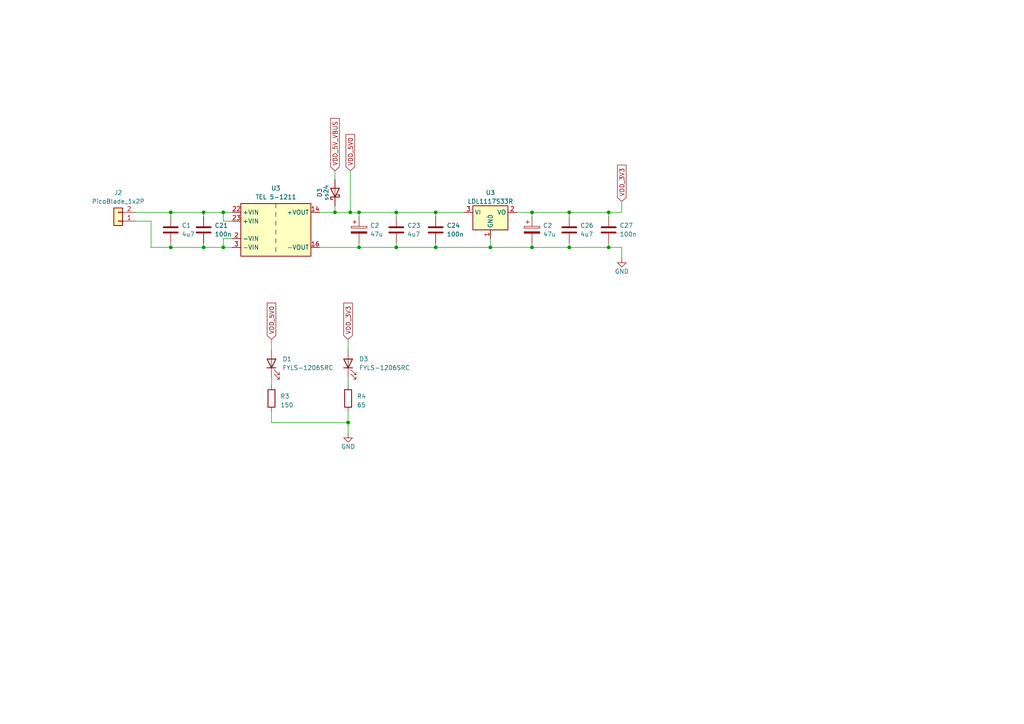
<source format=kicad_sch>
(kicad_sch (version 20230121) (generator eeschema)
  (paper "A4")
  (lib_symbols
    (symbol "Connector_Generic:Conn_01x02" (pin_names (offset 1.016) hide)
      (property "Reference" "J" (at 0 2.54 0))
      (property "Value" "Conn_01x02" (at 0 -5.08 0))
      (symbol "Conn_01x02_1_1"
        (rectangle (start -1.27 -2.413) (end 0 -2.667) (stroke (width 0.1524)))
        (rectangle (start -1.27 0.127) (end 0 -0.127) (stroke (width 0.1524)))
        (rectangle (start -1.27 1.27) (end 1.27 -3.81) (stroke (width 0.254)) (fill (type background)))
        (pin passive line (at -5.08 0 0) (length 3.81) (name "Pin_1") (number "1"))
        (pin passive line (at -5.08 -2.54 0) (length 3.81) (name "Pin_2") (number "2"))
      )
    )
    (symbol "Device:C" (pin_numbers hide) (pin_names (offset 0.254))
      (property "Reference" "C" (at 0.635 2.54 0))
      (property "Value" "C" (at 0.635 -2.54 0))
      (symbol "C_0_1"
        (polyline (pts (xy -2.032 -0.762) (xy 2.032 -0.762)) (stroke (width 0.508)))
        (polyline (pts (xy -2.032 0.762) (xy 2.032 0.762)) (stroke (width 0.508)))
      )
      (symbol "C_1_1"
        (pin passive line (at 0 3.81 270) (length 2.794) (name "~") (number "1"))
        (pin passive line (at 0 -3.81 90) (length 2.794) (name "~") (number "2"))
      )
    )
    (symbol "Device:C_Polarized" (pin_numbers hide) (pin_names (offset 0.254))
      (property "Reference" "C" (at 0.635 2.54 0))
      (property "Value" "C_Polarized" (at 0.635 -2.54 0))
      (symbol "C_Polarized_0_1"
        (rectangle (start -2.286 0.508) (end 2.286 1.016))
        (polyline (pts (xy -1.778 2.286) (xy -0.762 2.286)))
        (polyline (pts (xy -1.27 2.794) (xy -1.27 1.778)))
        (rectangle (start 2.286 -0.508) (end -2.286 -1.016) (fill (type outline)))
      )
      (symbol "C_Polarized_1_1"
        (pin passive line (at 0 3.81 270) (length 2.794) (name "~") (number "1"))
        (pin passive line (at 0 -3.81 90) (length 2.794) (name "~") (number "2"))
      )
    )
    (symbol "Device:D_Schottky" (pin_numbers hide) (pin_names (offset 1.016) hide)
      (property "Reference" "D" (at 0 2.54 0))
      (property "Value" "D_Schottky" (at 0 -2.54 0))
      (symbol "D_Schottky_0_1"
        (polyline (pts (xy 1.27 0) (xy -1.27 0)))
        (polyline (pts (xy 1.27 1.27) (xy 1.27 -1.27) (xy -1.27 0) (xy 1.27 1.27)) (stroke (width 0.254)))
        (polyline (pts (xy -1.905 0.635) (xy -1.905 1.27) (xy -1.27 1.27) (xy -1.27 -1.27) (xy -0.635 -1.27) (xy -0.635 -0.635)) (stroke (width 0.254)))
      )
      (symbol "D_Schottky_1_1"
        (pin passive line (at -3.81 0 0) (length 2.54) (name "K") (number "1"))
        (pin passive line (at 3.81 0 180) (length 2.54) (name "A") (number "2"))
      )
    )
    (symbol "Device:LED" (pin_numbers hide) (pin_names (offset 1.016) hide)
      (property "Reference" "D" (at 0 2.54 0))
      (property "Value" "LED" (at 0 -2.54 0))
      (symbol "LED_0_1"
        (polyline (pts (xy -1.27 -1.27) (xy -1.27 1.27)) (stroke (width 0.254)))
        (polyline (pts (xy -1.27 0) (xy 1.27 0)))
        (polyline (pts (xy 1.27 -1.27) (xy 1.27 1.27) (xy -1.27 0) (xy 1.27 -1.27)) (stroke (width 0.254)))
        (polyline (pts (xy -3.048 -0.762) (xy -4.572 -2.286) (xy -3.81 -2.286) (xy -4.572 -2.286) (xy -4.572 -1.524)))
        (polyline (pts (xy -1.778 -0.762) (xy -3.302 -2.286) (xy -2.54 -2.286) (xy -3.302 -2.286) (xy -3.302 -1.524)))
      )
      (symbol "LED_1_1"
        (pin passive line (at -3.81 0 0) (length 2.54) (name "K") (number "1"))
        (pin passive line (at 3.81 0 180) (length 2.54) (name "A") (number "2"))
      )
    )
    (symbol "Device:R" (pin_numbers hide) (pin_names (offset 0))
      (property "Reference" "R" (at 2.032 0 90))
      (property "Value" "R" (at 0 0 90))
      (symbol "R_0_1"
        (rectangle (start -1.016 -2.54) (end 1.016 2.54) (stroke (width 0.254)))
      )
      (symbol "R_1_1"
        (pin passive line (at 0 3.81 270) (length 1.27) (name "~") (number "1"))
        (pin passive line (at 0 -3.81 90) (length 1.27) (name "~") (number "2"))
      )
    )
    (symbol "Regulator_Linear:LD1117S33TR_SOT223"
      (property "Reference" "U" (at -3.81 3.175 0))
      (property "Value" "LD1117S33TR_SOT223" (at 0 3.175 0))
      (symbol "LD1117S33TR_SOT223_0_1"
        (rectangle (start -5.08 -5.08) (end 5.08 1.905) (stroke (width 0.254)) (fill (type background)))
      )
      (symbol "LD1117S33TR_SOT223_1_1"
        (pin power_in line (at 0 -7.62 90) (length 2.54) (name "GND") (number "1"))
        (pin power_out line (at 7.62 0 180) (length 2.54) (name "VO") (number "2"))
        (pin power_in line (at -7.62 0 0) (length 2.54) (name "VI") (number "3"))
      )
    )
    (symbol "TMR-1211_1"
      (property "Reference" "U3" (at 0 12.065 0))
      (property "Value" "TEL 5-1211" (at 0 9.525 0))
      (symbol "TMR-1211_1_0_1"
        (rectangle (start -10.16 7.62) (end 10.16 -7.62) (stroke (width 0.254)) (fill (type background)))
        (polyline (pts (xy 0 -5.08) (xy 0 -6.35)))
        (polyline (pts (xy 0 -2.54) (xy 0 -3.81)))
        (polyline (pts (xy 0 0) (xy 0 -1.27)))
        (polyline (pts (xy 0 2.54) (xy 0 1.27)))
        (polyline (pts (xy 0 5.08) (xy 0 3.81)))
        (polyline (pts (xy 0 7.62) (xy 0 6.35)))
      )
      (symbol "TMR-1211_1_1_1"
        (pin power_out line (at 12.7 5.08 180) (length 2.54) (name "+VOUT") (number "14"))
        (pin power_out line (at 12.7 -5.08 180) (length 2.54) (name "-VOUT") (number "16"))
        (pin power_in line (at -12.7 -2.54 0) (length 2.54) (name "-VIN") (number "2"))
        (pin power_in line (at -12.7 5.08 0) (length 2.54) (name "+VIN") (number "22"))
        (pin power_in line (at -12.7 2.54 0) (length 2.54) (name "+VIN") (number "23"))
        (pin power_in line (at -12.7 -5.08 0) (length 2.54) (name "-VIN") (number "3"))
      )
    )
    (symbol "power:GND" (power) (pin_names (offset 0))
      (property "Value" "GND" (at 0 -3.81 0))
      (symbol "GND_0_1"
        (polyline (pts (xy 0 0) (xy 0 -1.27) (xy 1.27 -1.27) (xy 0 -2.54) (xy -1.27 -1.27) (xy 0 -1.27)))
      )
      (symbol "GND_1_1"
        (pin power_in line (at 0 0 270) (length 0) hide (name "GND") (number "1"))
      )
    )
  )
  (junction (at 126.365 71.755))
  (junction (at 49.53 61.595))
  (junction (at 101.6 61.595))
  (junction (at 154.305 71.755))
  (junction (at 176.53 71.755))
  (junction (at 114.935 71.755))
  (junction (at 176.53 61.595))
  (junction (at 59.055 61.595))
  (junction (at 104.14 61.595))
  (junction (at 49.53 71.755))
  (junction (at 64.77 61.595))
  (junction (at 100.965 122.555))
  (junction (at 154.305 61.595))
  (junction (at 97.155 61.595))
  (junction (at 165.1 71.755))
  (junction (at 142.24 71.755))
  (junction (at 165.1 61.595))
  (junction (at 104.14 71.755))
  (junction (at 126.365 61.595))
  (junction (at 59.055 71.755))
  (junction (at 114.935 61.595))
  (junction (at 64.77 71.755))
  (wire (pts (xy 126.365 61.595) (xy 126.365 62.865)))
  (wire (pts (xy 67.31 64.135) (xy 64.77 64.135)))
  (wire (pts (xy 97.155 59.69) (xy 97.155 61.595)))
  (wire (pts (xy 97.155 52.07) (xy 97.155 49.53)))
  (wire (pts (xy 39.37 61.595) (xy 49.53 61.595)))
  (wire (pts (xy 114.935 71.755) (xy 126.365 71.755)))
  (wire (pts (xy 59.055 61.595) (xy 64.77 61.595)))
  (wire (pts (xy 142.24 71.755) (xy 154.305 71.755)))
  (wire (pts (xy 154.305 61.595) (xy 165.1 61.595)))
  (wire (pts (xy 64.77 71.755) (xy 67.31 71.755)))
  (wire (pts (xy 104.14 61.595) (xy 114.935 61.595)))
  (wire (pts (xy 49.53 70.485) (xy 49.53 71.755)))
  (wire (pts (xy 104.14 71.755) (xy 114.935 71.755)))
  (wire (pts (xy 64.77 69.215) (xy 64.77 71.755)))
  (wire (pts (xy 64.77 64.135) (xy 64.77 61.595)))
  (wire (pts (xy 149.86 61.595) (xy 154.305 61.595)))
  (wire (pts (xy 154.305 61.595) (xy 154.305 62.865)))
  (wire (pts (xy 100.965 101.6) (xy 100.965 98.425)))
  (wire (pts (xy 78.74 119.38) (xy 78.74 122.555)))
  (wire (pts (xy 126.365 71.755) (xy 142.24 71.755)))
  (wire (pts (xy 43.815 64.135) (xy 39.37 64.135)))
  (wire (pts (xy 78.74 101.6) (xy 78.74 98.425)))
  (wire (pts (xy 100.965 125.73) (xy 100.965 122.555)))
  (wire (pts (xy 49.53 71.755) (xy 59.055 71.755)))
  (wire (pts (xy 165.1 61.595) (xy 176.53 61.595)))
  (wire (pts (xy 101.6 61.595) (xy 104.14 61.595)))
  (wire (pts (xy 104.14 61.595) (xy 104.14 62.865)))
  (wire (pts (xy 176.53 61.595) (xy 176.53 62.865)))
  (wire (pts (xy 92.71 71.755) (xy 104.14 71.755)))
  (wire (pts (xy 126.365 61.595) (xy 134.62 61.595)))
  (wire (pts (xy 49.53 61.595) (xy 59.055 61.595)))
  (wire (pts (xy 59.055 62.865) (xy 59.055 61.595)))
  (wire (pts (xy 114.935 61.595) (xy 126.365 61.595)))
  (wire (pts (xy 49.53 71.755) (xy 43.815 71.755)))
  (wire (pts (xy 100.965 122.555) (xy 100.965 119.38)))
  (wire (pts (xy 180.34 58.42) (xy 180.34 61.595)))
  (wire (pts (xy 165.1 71.755) (xy 165.1 70.485)))
  (wire (pts (xy 165.1 61.595) (xy 165.1 62.865)))
  (wire (pts (xy 59.055 70.485) (xy 59.055 71.755)))
  (wire (pts (xy 59.055 71.755) (xy 64.77 71.755)))
  (wire (pts (xy 142.24 71.755) (xy 142.24 69.215)))
  (wire (pts (xy 114.935 71.755) (xy 114.935 70.485)))
  (wire (pts (xy 104.14 70.485) (xy 104.14 71.755)))
  (wire (pts (xy 49.53 61.595) (xy 49.53 62.865)))
  (wire (pts (xy 154.305 71.755) (xy 165.1 71.755)))
  (wire (pts (xy 126.365 70.485) (xy 126.365 71.755)))
  (wire (pts (xy 154.305 70.485) (xy 154.305 71.755)))
  (wire (pts (xy 97.155 61.595) (xy 101.6 61.595)))
  (wire (pts (xy 43.815 71.755) (xy 43.815 64.135)))
  (wire (pts (xy 101.6 61.595) (xy 101.6 49.53)))
  (wire (pts (xy 176.53 71.755) (xy 180.34 71.755)))
  (wire (pts (xy 78.74 109.22) (xy 78.74 111.76)))
  (wire (pts (xy 176.53 61.595) (xy 180.34 61.595)))
  (wire (pts (xy 100.965 109.22) (xy 100.965 111.76)))
  (wire (pts (xy 176.53 70.485) (xy 176.53 71.755)))
  (wire (pts (xy 67.31 69.215) (xy 64.77 69.215)))
  (wire (pts (xy 78.74 122.555) (xy 100.965 122.555)))
  (wire (pts (xy 114.935 61.595) (xy 114.935 62.865)))
  (wire (pts (xy 180.34 74.93) (xy 180.34 71.755)))
  (wire (pts (xy 165.1 71.755) (xy 176.53 71.755)))
  (wire (pts (xy 92.71 61.595) (xy 97.155 61.595)))
  (wire (pts (xy 64.77 61.595) (xy 67.31 61.595)))
  (global_label "VDD_5V0" (shape input) (at 101.6 49.53 90) (property "Intersheetrefs" "${INTERSHEET_REFS}" (effects hide)))
  (global_label "VDD_5V_VBUS" (shape input) (at 97.155 49.53 90) (property "Intersheetrefs" "${INTERSHEET_REFS}" (effects hide)))
  (global_label "VDD_3V3" (shape input) (at 100.965 98.425 90) (property "Intersheetrefs" "${INTERSHEET_REFS}" (effects hide)))
  (global_label "VDD_5V0" (shape input) (at 78.74 98.425 90) (property "Intersheetrefs" "${INTERSHEET_REFS}" (effects hide)))
  (global_label "VDD_3V3" (shape input) (at 180.34 58.42 90) (property "Intersheetrefs" "${INTERSHEET_REFS}" (effects hide)))
  (symbol (lib_id "Device:R") (at 100.965 115.57 0) (unit 1)
    (property "Reference" "R4" (at 103.505 114.935 0) (effects (justify left)))
    (property "Value" "65" (at 103.505 117.475 0) (effects (justify left)))
    (property "Footprint" "Resistor_SMD:R_0603_1608Metric" (effects hide))
    (property "Ссылка" "https://www.chipdip.ru/product/0.1w-0603-75-om-1" (effects hide))
    (property "Цена" "5" (effects hide))
    (property "Человекопонятное название" "Резистор 65 Ом" (effects hide))
  )
  (symbol (lib_id "Device:C") (at 126.365 66.675 0) (unit 1)
    (property "Reference" "C24" (at 129.54 65.405 0) (effects (justify left)))
    (property "Value" "100n" (at 129.54 67.945 0) (effects (justify left)))
    (property "Footprint" "Capacitor_SMD:C_0805_2012Metric" (effects hide))
    (property "Ссылка" "https://www.chipdip.ru/product/grm21br71h104k" (effects hide))
    (property "Цена" "13" (effects hide))
    (property "Человекопонятное название" "Конденсатор 100нФ" (effects hide))
  )
  (symbol (lib_id "Device:LED") (at 100.965 105.41 90) (unit 1)
    (property "Reference" "D3" (at 104.14 104.14 90) (effects (justify right)))
    (property "Value" "FYLS-1206SRC" (at 104.14 106.68 90) (effects (justify right)))
    (property "Footprint" "Resistor_SMD:R_1206_3216Metric_Pad1.30x1.75mm_HandSolder" (effects hide))
    (property "Ссылка" "https://www.chipdip.ru/product0/8002031702" (effects hide))
    (property "Цена" "38" (effects hide))
    (property "Человекопонятное название" "Светодиод красный" (effects hide))
  )
  (symbol (lib_id "Regulator_Linear:LD1117S33TR_SOT223") (at 142.24 61.595 0) (unit 1)
    (property "Reference" "U3" (at 142.24 55.88 0))
    (property "Value" "LDL1117S33R" (at 142.24 58.42 0))
    (property "Footprint" "Package_TO_SOT_SMD:SOT-223-3_TabPin2" (effects hide))
    (property "Datasheet" "http://www.st.com/st-web-ui/static/active/en/resource/technical/document/datasheet/CD00000544.pdf" (effects hide))
    (property "Ссылка" "https://www.chipdip.ru/product/ldl1117s33r-stm" (effects hide))
    (property "Цена" "33" (effects hide))
    (property "Человекопонятное название" "LDO-стабилизатор напряжения" (effects hide))
  )
  (symbol (lib_name "TMR-1211_1") (lib_id "Converter_DCDC:TMR-1211") (at 80.01 66.675 0) (unit 1)
    (property "Reference" "U3" (at 80.01 54.61 0))
    (property "Value" "TEL 5-1211" (at 80.01 57.15 0))
    (property "Footprint" "user_lib:TEL 5-1211" (effects hide))
    (property "Ссылка" "https://www.chipdip.ru/product/tel-5-1211" (effects hide))
    (property "Цена" "2 500" (effects hide))
    (property "Человекопонятное название" "DC-DC преобразователь" (effects hide))
  )
  (symbol (lib_id "Device:C_Polarized") (at 104.14 66.675 0) (unit 1)
    (property "Reference" "C2" (at 107.315 65.405 0) (effects (justify left)))
    (property "Value" "47u" (at 107.315 67.945 0) (effects (justify left)))
    (property "Footprint" "Capacitor_SMD:CP_Elec_6.3x5.4" (effects hide))
    (property "Ссылка" "https://www.chipdip.ru/product0/9000565730" (effects hide))
    (property "Цена" "16" (effects hide))
    (property "Человекопонятное название" "Конденсатор 47мкФ" (effects hide))
    (instances (project "impeller" (path "" (reference "C2") (unit 1)) (path "" (reference "C22") (unit 1))))
  )
  (symbol (lib_id "power:GND") (at 100.965 125.73 0) (unit 1)
    (property "Reference" "#PWR010" (effects hide))
    (property "Value" "GND" (at 100.965 129.54 0))
  )
  (symbol (lib_id "Device:C") (at 165.1 66.675 0) (unit 1)
    (property "Reference" "C26" (at 168.275 65.405 0) (effects (justify left)))
    (property "Value" "4u7" (at 168.275 67.945 0) (effects (justify left)))
    (property "Footprint" "Capacitor_SMD:C_0805_2012Metric" (effects hide))
    (property "Ссылка" "https://www.chipdip.ru/product/grm21br61e475ka12l" (effects hide))
    (property "Цена" "13" (effects hide))
    (property "Человекопонятное название" "Конденсатор 4.7мкФ" (effects hide))
  )
  (symbol (lib_id "Device:C") (at 176.53 66.675 0) (unit 1)
    (property "Reference" "C27" (at 179.705 65.405 0) (effects (justify left)))
    (property "Value" "100n" (at 179.705 67.945 0) (effects (justify left)))
    (property "Footprint" "Capacitor_SMD:C_0805_2012Metric" (effects hide))
    (property "Ссылка" "https://www.chipdip.ru/product/grm21br71h104k" (effects hide))
    (property "Цена" "13" (effects hide))
    (property "Человекопонятное название" "Конденсатор 100нФ" (effects hide))
  )
  (symbol (lib_id "Device:D_Schottky") (at 97.155 55.88 90) (unit 1)
    (property "Reference" "D3" (at 92.71 55.88 0))
    (property "Value" "ss24" (at 94.615 55.88 0))
    (property "Footprint" "user_lib:SS24" (effects hide))
    (property "Ссылка" "https://www.chipdip.ru/product/ss24-umw" (effects hide))
    (property "Цена" "5" (effects hide))
    (property "Человекопонятное название" "Диод Шоттки" (effects hide))
    (instances (project "impeller" (path "" (reference "D3") (unit 1)) (path "" (reference "D2") (unit 1))))
  )
  (symbol (lib_id "Device:LED") (at 78.74 105.41 90) (unit 1)
    (property "Reference" "D1" (at 81.915 104.14 90) (effects (justify right)))
    (property "Value" "FYLS-1206SRC" (at 81.915 106.68 90) (effects (justify right)))
    (property "Footprint" "Resistor_SMD:R_1206_3216Metric_Pad1.30x1.75mm_HandSolder" (effects hide))
    (property "Ссылка" "https://www.chipdip.ru/product0/8002031702" (effects hide))
    (property "Цена" "38" (effects hide))
    (property "Человекопонятное название" "Светодиод красный" (effects hide))
  )
  (symbol (lib_id "Device:C") (at 59.055 66.675 0) (unit 1)
    (property "Reference" "C21" (at 62.23 65.405 0) (effects (justify left)))
    (property "Value" "100n" (at 62.23 67.945 0) (effects (justify left)))
    (property "Footprint" "Capacitor_SMD:C_0805_2012Metric" (effects hide))
    (property "Ссылка" "https://www.chipdip.ru/product/grm21br71h104k" (effects hide))
    (property "Цена" "13" (effects hide))
    (property "Человекопонятное название" "Конденсатор 100нФ" (effects hide))
  )
  (symbol (lib_id "Connector_Generic:Conn_01x02") (at 34.29 64.135 180) (unit 1)
    (property "Reference" "J2" (at 34.29 55.88 0))
    (property "Value" "PicoBlade_1x2P" (at 34.29 58.42 0))
    (property "Footprint" "Connector_Molex:Molex_PicoBlade_53047-0210_1x02_P1.25mm_Vertical" (effects hide))
    (property "Ссылка" "https://www.chipdip.ru/product/sct1251wv-2p" (effects hide))
    (property "Цена" "8" (effects hide))
    (property "Человекопонятное название" "Разъем Picoblade 1x2" (effects hide))
  )
  (symbol (lib_id "Device:C_Polarized") (at 154.305 66.675 0) (unit 1)
    (property "Reference" "C2" (at 157.48 65.405 0) (effects (justify left)))
    (property "Value" "47u" (at 157.48 67.945 0) (effects (justify left)))
    (property "Footprint" "Capacitor_SMD:CP_Elec_6.3x5.4" (effects hide))
    (property "Ссылка" "https://www.chipdip.ru/product0/9000565730" (effects hide))
    (property "Цена" "16" (effects hide))
    (property "Человекопонятное название" "Конденсатор 47мкФ" (effects hide))
    (instances (project "impeller" (path "" (reference "C2") (unit 1)) (path "" (reference "C25") (unit 1))))
  )
  (symbol (lib_id "power:GND") (at 180.34 74.93 0) (unit 1)
    (property "Reference" "#PWR01" (effects hide))
    (property "Value" "GND" (at 180.34 78.74 0))
    (instances (project "impeller" (path "" (reference "#PWR01") (unit 1)) (path "" (reference "#PWR011") (unit 1))))
  )
  (symbol (lib_id "Device:R") (at 78.74 115.57 0) (unit 1)
    (property "Reference" "R3" (at 81.28 114.935 0) (effects (justify left)))
    (property "Value" "150" (at 81.28 117.475 0) (effects (justify left)))
    (property "Footprint" "Resistor_SMD:R_0603_1608Metric" (effects hide))
    (property "Ссылка" "https://www.chipdip.ru/search?searchtext=150%D0%9E%D0%BC" (effects hide))
    (property "Цена" "5" (effects hide))
    (property "Человекопонятное название" "Резистор 150 Ом" (effects hide))
  )
  (symbol (lib_id "Device:C") (at 114.935 66.675 0) (unit 1)
    (property "Reference" "C23" (at 118.11 65.405 0) (effects (justify left)))
    (property "Value" "4u7" (at 118.11 67.945 0) (effects (justify left)))
    (property "Footprint" "Capacitor_SMD:C_0805_2012Metric" (effects hide))
    (property "Ссылка" "https://www.chipdip.ru/product/grm21br61e475ka12l" (effects hide))
    (property "Цена" "13" (effects hide))
    (property "Человекопонятное название" "Конденсатор 4.7мкФ" (effects hide))
  )
  (symbol (lib_id "Device:C") (at 49.53 66.675 0) (unit 1)
    (property "Reference" "C1" (at 52.705 65.405 0) (effects (justify left)))
    (property "Value" "4u7" (at 52.705 67.945 0) (effects (justify left)))
    (property "Footprint" "Capacitor_SMD:C_0805_2012Metric" (effects hide))
    (property "Ссылка" "https://www.chipdip.ru/product/grm21br61e475ka12l" (effects hide))
    (property "Цена" "13" (effects hide))
    (property "Человекопонятное название" "Конденсатор 4.7мкФ" (effects hide))
    (instances (project "impeller" (path "" (reference "C1") (unit 1)) (path "" (reference "C20") (unit 1))))
  )
)
</source>
